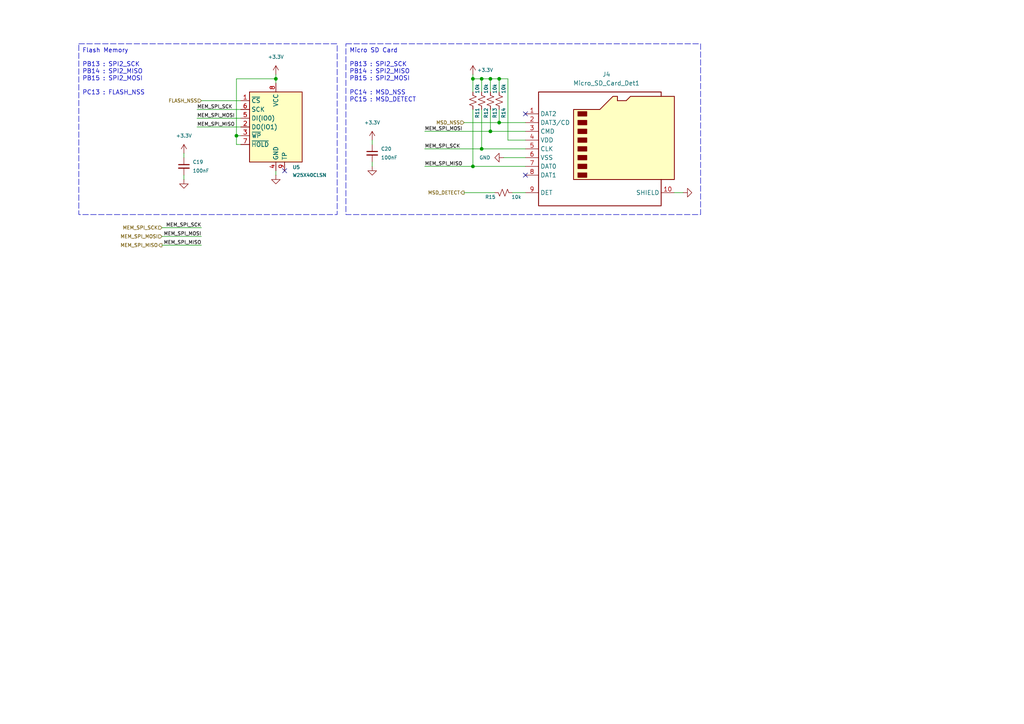
<source format=kicad_sch>
(kicad_sch (version 20231120) (generator "eeschema") (generator_version "8.0")
  (paper "A4")
  (title_block (title "Memory") (date "2025-01-03") (rev "A") (company "NARAE") (comment 1 "INHA Univ. Areo-modelling Club") (comment 2 "2024 Winter UAV Project "))
  (lib_symbols
    (symbol "+3.3V_4" (power) (pin_numbers hide) (pin_names (offset 0) hide)
      (property "Value" "+3.3V" (at 0 3.556 0))
      (symbol "+3.3V_4_0_1"
        (polyline (pts (xy -0.762 1.27) (xy 0 2.54)))
        (polyline (pts (xy 0 0) (xy 0 2.54)))
        (polyline (pts (xy 0 2.54) (xy 0.762 1.27)))
      )
      (symbol "+3.3V_4_1_1"
        (pin power_in line (at 0 0 90) (length 0) (name "~") (number "1"))
      )
    )
    (symbol "Connector:Micro_SD_Card_Det1"
      (property "Reference" "J" (at -16.51 17.78 0))
      (property "Value" "Micro_SD_Card_Det1" (at 16.51 17.78 0))
      (symbol "Micro_SD_Card_Det1_0_1"
        (rectangle (start -7.62 -6.985) (end -5.08 -8.255) (stroke (width 0.254)) (fill (type outline)))
        (rectangle (start -7.62 -4.445) (end -5.08 -5.715) (stroke (width 0.254)) (fill (type outline)))
        (rectangle (start -7.62 -1.905) (end -5.08 -3.175) (stroke (width 0.254)) (fill (type outline)))
        (rectangle (start -7.62 0.635) (end -5.08 -0.635) (stroke (width 0.254)) (fill (type outline)))
        (rectangle (start -7.62 3.175) (end -5.08 1.905) (stroke (width 0.254)) (fill (type outline)))
        (rectangle (start -7.62 5.715) (end -5.08 4.445) (stroke (width 0.254)) (fill (type outline)))
        (rectangle (start -7.62 8.255) (end -5.08 6.985) (stroke (width 0.254)) (fill (type outline)))
        (rectangle (start -7.62 10.795) (end -5.08 9.525) (stroke (width 0.254)) (fill (type outline)))
        (polyline (pts (xy 16.51 15.24) (xy 16.51 16.51) (xy -19.05 16.51) (xy -19.05 -16.51) (xy 16.51 -16.51) (xy 16.51 -8.89)) (stroke (width 0.254)))
        (polyline (pts (xy -8.89 -8.89) (xy -8.89 11.43) (xy -1.27 11.43) (xy 2.54 15.24) (xy 3.81 15.24) (xy 3.81 13.97) (xy 6.35 13.97) (xy 7.62 15.24) (xy 20.32 15.24) (xy 20.32 -8.89) (xy -8.89 -8.89)) (stroke (width 0.254)) (fill (type background)))
      )
      (symbol "Micro_SD_Card_Det1_1_1"
        (pin bidirectional line (at -22.86 10.16 0) (length 3.81) (name "DAT2") (number "1"))
        (pin passive line (at 20.32 -12.7 180) (length 3.81) (name "SHIELD") (number "10"))
        (pin bidirectional line (at -22.86 7.62 0) (length 3.81) (name "DAT3/CD") (number "2"))
        (pin input line (at -22.86 5.08 0) (length 3.81) (name "CMD") (number "3"))
        (pin power_in line (at -22.86 2.54 0) (length 3.81) (name "VDD") (number "4"))
        (pin input line (at -22.86 0 0) (length 3.81) (name "CLK") (number "5"))
        (pin power_in line (at -22.86 -2.54 0) (length 3.81) (name "VSS") (number "6"))
        (pin bidirectional line (at -22.86 -5.08 0) (length 3.81) (name "DAT0") (number "7"))
        (pin bidirectional line (at -22.86 -7.62 0) (length 3.81) (name "DAT1") (number "8"))
        (pin passive line (at -22.86 -12.7 0) (length 3.81) (name "DET") (number "9"))
      )
    )
    (symbol "Device:C_Small" (pin_numbers hide) (pin_names (offset 0.254) hide)
      (property "Reference" "C" (at 0.254 1.778 0))
      (property "Value" "C_Small" (at 0.254 -2.032 0))
      (symbol "C_Small_0_1"
        (polyline (pts (xy -1.524 -0.508) (xy 1.524 -0.508)) (stroke (width 0.3302)))
        (polyline (pts (xy -1.524 0.508) (xy 1.524 0.508)) (stroke (width 0.3048)))
      )
      (symbol "C_Small_1_1"
        (pin passive line (at 0 2.54 270) (length 2.032) (name "~") (number "1"))
        (pin passive line (at 0 -2.54 90) (length 2.032) (name "~") (number "2"))
      )
    )
    (symbol "Device:R_Small_US" (pin_numbers hide) (pin_names (offset 0.254) hide)
      (property "Reference" "R" (at 0.762 0.508 0))
      (property "Value" "R_Small_US" (at 0.762 -1.016 0))
      (symbol "R_Small_US_1_1"
        (polyline (pts (xy 0 0) (xy 1.016 -0.381) (xy 0 -0.762) (xy -1.016 -1.143) (xy 0 -1.524)))
        (polyline (pts (xy 0 1.524) (xy 1.016 1.143) (xy 0 0.762) (xy -1.016 0.381) (xy 0 0)))
        (pin passive line (at 0 2.54 270) (length 1.016) (name "~") (number "1"))
        (pin passive line (at 0 -2.54 90) (length 1.016) (name "~") (number "2"))
      )
    )
    (symbol "GND_2" (power) (pin_numbers hide) (pin_names (offset 0) hide)
      (property "Value" "GND" (at 0 -3.81 0))
      (symbol "GND_2_0_1"
        (polyline (pts (xy 0 0) (xy 0 -1.27) (xy 1.27 -1.27) (xy 0 -2.54) (xy -1.27 -1.27) (xy 0 -1.27)))
      )
      (symbol "GND_2_1_1"
        (pin power_in line (at 0 0 270) (length 0) (name "~") (number "1"))
      )
    )
    (symbol "GND_5" (power) (pin_numbers hide) (pin_names (offset 0) hide)
      (property "Value" "GND" (at 0 -3.81 0))
      (symbol "GND_5_0_1"
        (polyline (pts (xy 0 0) (xy 0 -1.27) (xy 1.27 -1.27) (xy 0 -2.54) (xy -1.27 -1.27) (xy 0 -1.27)))
      )
      (symbol "GND_5_1_1"
        (pin power_in line (at 0 0 270) (length 0) (name "~") (number "1"))
      )
    )
    (symbol "W25X40CLUX:W25X40CLUX"
      (property "Reference" "U" (at 0 0 0))
      (symbol "W25X40CLUX_0_1"
        (rectangle (start -7.62 10.16) (end 7.62 -10.16) (stroke (width 0.254)) (fill (type background)))
      )
      (symbol "W25X40CLUX_1_1"
        (pin input line (at -10.16 7.62 0) (length 2.54) (name "~{CS}") (number "1"))
        (pin bidirectional line (at -10.16 0 0) (length 2.54) (name "DO(IO1)") (number "2"))
        (pin bidirectional line (at -10.16 -2.54 0) (length 2.54) (name "~{WP}") (number "3"))
        (pin power_in line (at 0 -12.7 90) (length 2.54) (name "GND") (number "4"))
        (pin bidirectional line (at -10.16 2.54 0) (length 2.54) (name "DI(IO0)") (number "5"))
        (pin input line (at -10.16 5.08 0) (length 2.54) (name "SCK") (number "6"))
        (pin bidirectional line (at -10.16 -5.08 0) (length 2.54) (name "~{HOLD}") (number "7"))
        (pin power_in line (at 0 12.7 270) (length 2.54) (name "VCC") (number "8"))
        (pin power_in line (at 2.54 -12.7 90) (length 2.54) (name "TP") (number "9"))
      )
    )
    (symbol "power:+3.3V" (power) (pin_numbers hide) (pin_names (offset 0) hide)
      (property "Value" "+3.3V" (at 0 3.556 0))
      (symbol "+3.3V_0_1"
        (polyline (pts (xy -0.762 1.27) (xy 0 2.54)))
        (polyline (pts (xy 0 0) (xy 0 2.54)))
        (polyline (pts (xy 0 2.54) (xy 0.762 1.27)))
      )
      (symbol "+3.3V_1_1"
        (pin power_in line (at 0 0 90) (length 0) (name "~") (number "1"))
      )
    )
    (symbol "power:GND" (power) (pin_numbers hide) (pin_names (offset 0) hide)
      (property "Value" "GND" (at 0 -3.81 0))
      (symbol "GND_0_1"
        (polyline (pts (xy 0 0) (xy 0 -1.27) (xy 1.27 -1.27) (xy 0 -2.54) (xy -1.27 -1.27) (xy 0 -1.27)))
      )
      (symbol "GND_1_1"
        (pin power_in line (at 0 0 270) (length 0) (name "~") (number "1"))
      )
    )
  )
  (junction (at 80.01 22.86))
  (junction (at 139.7 43.18))
  (junction (at 142.24 38.1))
  (junction (at 137.16 22.86))
  (junction (at 144.78 35.56))
  (junction (at 142.24 22.86))
  (junction (at 139.7 22.86))
  (junction (at 137.16 48.26))
  (junction (at 144.78 22.86))
  (junction (at 68.58 39.37))
  (no_connect (at 152.4 33.02))
  (no_connect (at 82.55 49.53))
  (no_connect (at 152.4 50.8))
  (wire (pts (xy 137.16 22.86) (xy 137.16 26.67)))
  (wire (pts (xy 137.16 48.26) (xy 152.4 48.26)))
  (wire (pts (xy 142.24 22.86) (xy 144.78 22.86)))
  (wire (pts (xy 46.99 66.04) (xy 58.42 66.04)))
  (wire (pts (xy 142.24 38.1) (xy 152.4 38.1)))
  (wire (pts (xy 195.58 55.88) (xy 198.12 55.88)))
  (wire (pts (xy 68.58 22.86) (xy 80.01 22.86)))
  (wire (pts (xy 146.05 45.72) (xy 152.4 45.72)))
  (wire (pts (xy 147.32 40.64) (xy 147.32 22.86)))
  (wire (pts (xy 144.78 35.56) (xy 152.4 35.56)))
  (wire (pts (xy 123.19 38.1) (xy 142.24 38.1)))
  (wire (pts (xy 123.19 48.26) (xy 137.16 48.26)))
  (wire (pts (xy 134.62 35.56) (xy 144.78 35.56)))
  (wire (pts (xy 58.42 29.21) (xy 69.85 29.21)))
  (wire (pts (xy 68.58 22.86) (xy 68.58 39.37)))
  (wire (pts (xy 57.15 36.83) (xy 69.85 36.83)))
  (wire (pts (xy 107.95 46.99) (xy 107.95 48.26)))
  (wire (pts (xy 80.01 21.59) (xy 80.01 22.86)))
  (wire (pts (xy 139.7 43.18) (xy 152.4 43.18)))
  (wire (pts (xy 68.58 41.91) (xy 68.58 39.37)))
  (wire (pts (xy 137.16 31.75) (xy 137.16 48.26)))
  (wire (pts (xy 144.78 22.86) (xy 147.32 22.86)))
  (wire (pts (xy 142.24 22.86) (xy 142.24 26.67)))
  (wire (pts (xy 139.7 22.86) (xy 139.7 26.67)))
  (wire (pts (xy 69.85 39.37) (xy 68.58 39.37)))
  (wire (pts (xy 139.7 22.86) (xy 142.24 22.86)))
  (wire (pts (xy 142.24 31.75) (xy 142.24 38.1)))
  (wire (pts (xy 69.85 41.91) (xy 68.58 41.91)))
  (wire (pts (xy 53.34 50.8) (xy 53.34 52.07)))
  (wire (pts (xy 57.15 34.29) (xy 69.85 34.29)))
  (wire (pts (xy 80.01 49.53) (xy 80.01 50.8)))
  (wire (pts (xy 137.16 22.86) (xy 139.7 22.86)))
  (wire (pts (xy 137.16 21.59) (xy 137.16 22.86)))
  (wire (pts (xy 144.78 31.75) (xy 144.78 35.56)))
  (wire (pts (xy 148.59 55.88) (xy 152.4 55.88)))
  (wire (pts (xy 107.95 41.91) (xy 107.95 40.64)))
  (wire (pts (xy 134.62 55.88) (xy 143.51 55.88)))
  (wire (pts (xy 46.99 68.58) (xy 58.42 68.58)))
  (wire (pts (xy 123.19 43.18) (xy 139.7 43.18)))
  (wire (pts (xy 152.4 40.64) (xy 147.32 40.64)))
  (wire (pts (xy 46.99 71.12) (xy 58.42 71.12)))
  (wire (pts (xy 57.15 31.75) (xy 69.85 31.75)))
  (wire (pts (xy 53.34 45.72) (xy 53.34 44.45)))
  (wire (pts (xy 80.01 22.86) (xy 80.01 24.13)))
  (wire (pts (xy 139.7 31.75) (xy 139.7 43.18)))
  (wire (pts (xy 144.78 22.86) (xy 144.78 26.67)))
  (rectangle (start 22.86 12.7) (end 97.79 62.23) (stroke (width 0) (type dash)))
  (rectangle (start 100.33 12.7) (end 203.2 62.23) (stroke (width 0) (type dash)))
  (text "Micro SD Card" (at 101.346 15.494 0) (effects (font (size 1.27 1.27)) (justify left bottom)))
  (text "PB13 : SPI2_SCK\nPB14 : SPI2_MISO\nPB15 : SPI2_MOSI\n\nPC13 : FLASH_NSS" (at 23.876 18.034 0) (effects (font (size 1.27 1.27)) (justify left top)))
  (text "Flash Memory" (at 23.876 15.494 0) (effects (font (size 1.27 1.27)) (justify left bottom)))
  (text "PB13 : SPI2_SCK\nPB14 : SPI2_MISO\nPB15 : SPI2_MOSI\n\nPC14 : MSD_NSS\nPC15 : MSD_DETECT" (at 101.346 18.034 0) (effects (font (size 1.27 1.27)) (justify left top)))
  (label "MEM_SPI_MISO" (at 57.15 36.83 0) (effects (font (size 1 1))))
  (label "MEM_SPI_SCK" (at 123.19 43.18 0) (effects (font (size 1 1))))
  (label "MEM_SPI_MOSI" (at 123.19 38.1 0) (effects (font (size 1 1))))
  (label "MEM_SPI_SCK" (at 57.15 31.75 0) (effects (font (size 1 1))))
  (label "MEM_SPI_SCK" (at 58.42 66.04 180) (effects (font (size 1 1))))
  (label "MEM_SPI_MOSI" (at 57.15 34.29 0) (effects (font (size 1 1))))
  (label "MEM_SPI_MISO" (at 58.42 71.12 180) (effects (font (size 1 1))))
  (label "MEM_SPI_MOSI" (at 58.42 68.58 180) (effects (font (size 1 1))))
  (label "MEM_SPI_MISO" (at 123.19 48.26 0) (effects (font (size 1 1))))
  (hierarchical_label "MEM_SPI_MOSI" (shape input) (at 46.99 68.58 180) (effects (font (size 1 1))))
  (hierarchical_label "MEM_SPI_MISO" (shape output) (at 46.99 71.12 180) (effects (font (size 1 1))))
  (hierarchical_label "MSD_DETECT" (shape output) (at 134.62 55.88 180) (effects (font (size 1 1))))
  (hierarchical_label "MEM_SPI_SCK" (shape input) (at 46.99 66.04 180) (effects (font (size 1 1))))
  (hierarchical_label "MSD_NSS" (shape input) (at 134.62 35.56 180) (effects (font (size 1 1))))
  (hierarchical_label "FLASH_NSS" (shape input) (at 58.42 29.21 180) (effects (font (size 1 1))))
  (symbol (lib_id "Device:R_Small_US") (at 142.24 29.21 0) (unit 1)
    (property "Reference" "R13" (at 143.51 31.242 90) (effects (font (size 1 1)) (justify right)))
    (property "Value" "10k" (at 143.51 27.178 90) (effects (font (size 1 1)) (justify left)))
    (property "Footprint" "Resistor_SMD:R_0402_1005Metric" (effects (hide yes)))
    (property "Description" "Resistor, small US symbol" (effects (hide yes)))
  )
  (symbol (lib_id "power:+3.3V") (at 53.34 44.45 0) (unit 1)
    (property "Reference" "#PWR042" (effects (hide yes)))
    (property "Value" "+3.3V" (at 53.34 39.37 0) (effects (font (size 1 1))))
    (property "Description" "Power symbol creates a global label with name \"+3.3V\"" (effects (hide yes)))
  )
  (symbol (lib_id "Device:R_Small_US") (at 146.05 55.88 90) (mirror x) (unit 1)
    (property "Reference" "R15" (at 143.764 57.15 90) (effects (font (size 1 1)) (justify left)))
    (property "Value" "10k" (at 148.336 57.15 90) (effects (font (size 1 1)) (justify right)))
    (property "Footprint" "Resistor_SMD:R_0402_1005Metric" (effects (hide yes)))
    (property "Description" "Resistor, small US symbol" (effects (hide yes)))
  )
  (symbol (lib_id "power:GND") (at 107.95 48.26 0) (unit 1)
    (property "Reference" "#PWR047" (effects (hide yes)))
    (property "Value" "GND" (effects (hide yes)))
    (property "Description" "Power symbol creates a global label with name \"GND\" , ground" (effects (hide yes)))
  )
  (symbol (lib_id "power:GND") (at 53.34 52.07 0) (unit 1)
    (property "Reference" "#PWR043" (effects (hide yes)))
    (property "Value" "GND" (effects (hide yes)))
    (property "Description" "Power symbol creates a global label with name \"GND\" , ground" (effects (hide yes)))
  )
  (symbol (lib_name "GND_2") (lib_id "power:GND") (at 198.12 55.88 90) (unit 1)
    (property "Reference" "#PWR050" (effects (hide yes)))
    (property "Value" "GND" (effects (hide yes)))
    (property "Description" "Power symbol creates a global label with name \"GND\" , ground" (effects (hide yes)))
  )
  (symbol (lib_id "Device:R_Small_US") (at 139.7 29.21 0) (unit 1)
    (property "Reference" "R12" (at 140.97 31.242 90) (effects (font (size 1 1)) (justify right)))
    (property "Value" "10k" (at 140.97 27.178 90) (effects (font (size 1 1)) (justify left)))
    (property "Footprint" "Resistor_SMD:R_0402_1005Metric" (effects (hide yes)))
    (property "Description" "Resistor, small US symbol" (effects (hide yes)))
  )
  (symbol (lib_id "Device:R_Small_US") (at 137.16 29.21 0) (unit 1)
    (property "Reference" "R11" (at 138.43 31.242 90) (effects (font (size 1 1)) (justify right)))
    (property "Value" "10k" (at 138.43 27.178 90) (effects (font (size 1 1)) (justify left)))
    (property "Footprint" "Resistor_SMD:R_0402_1005Metric" (effects (hide yes)))
    (property "Description" "Resistor, small US symbol" (effects (hide yes)))
  )
  (symbol (lib_id "power:+3.3V") (at 80.01 21.59 0) (unit 1)
    (property "Reference" "#PWR044" (effects (hide yes)))
    (property "Value" "+3.3V" (at 80.01 16.51 0) (effects (font (size 1 1))))
    (property "Description" "Power symbol creates a global label with name \"+3.3V\"" (effects (hide yes)))
  )
  (symbol (lib_id "Connector:Micro_SD_Card_Det1") (at 175.26 43.18 0) (unit 1)
    (property "Reference" "J4" (at 175.895 21.59 0))
    (property "Value" "Micro_SD_Card_Det1" (at 175.895 24.13 0))
    (property "Footprint" "Connector_Card:microSD_HC_Molex_104031-0811" (effects (hide yes)))
    (property "Datasheet" "https://datasheet.lcsc.com/lcsc/2110151630_XKB-Connectivity-XKTF-015-N_C381082.pdf" (effects (hide yes)))
    (property "Description" "Micro SD Card Socket with one card detection pin" (effects (hide yes)))
  )
  (symbol (lib_name "GND_5") (lib_id "power:GND") (at 146.05 45.72 270) (unit 1)
    (property "Reference" "#PWR049" (effects (hide yes)))
    (property "Value" "GND" (at 142.24 45.72 90) (effects (font (size 1 1)) (justify right)))
    (property "Description" "Power symbol creates a global label with name \"GND\" , ground" (effects (hide yes)))
  )
  (symbol (lib_id "Device:C_Small") (at 53.34 48.26 0) (unit 1)
    (property "Reference" "C19" (at 55.88 46.99 0) (effects (font (size 1 1)) (justify left)))
    (property "Value" "100nF" (at 55.88 49.53 0) (effects (font (size 1 1)) (justify left)))
    (property "Footprint" "Capacitor_SMD:C_0402_1005Metric" (effects (hide yes)))
  )
  (symbol (lib_id "Device:C_Small") (at 107.95 44.45 0) (unit 1)
    (property "Reference" "C20" (at 110.49 43.18 0) (effects (font (size 1 1)) (justify left)))
    (property "Value" "100nF" (at 110.49 45.72 0) (effects (font (size 1 1)) (justify left)))
    (property "Footprint" "Capacitor_SMD:C_0402_1005Metric" (effects (hide yes)))
  )
  (symbol (lib_id "Device:R_Small_US") (at 144.78 29.21 0) (unit 1)
    (property "Reference" "R14" (at 146.05 31.242 90) (effects (font (size 1 1)) (justify right)))
    (property "Value" "10k" (at 146.05 27.178 90) (effects (font (size 1 1)) (justify left)))
    (property "Footprint" "Resistor_SMD:R_0402_1005Metric" (effects (hide yes)))
    (property "Description" "Resistor, small US symbol" (effects (hide yes)))
  )
  (symbol (lib_id "power:+3.3V") (at 107.95 40.64 0) (unit 1)
    (property "Reference" "#PWR046" (effects (hide yes)))
    (property "Value" "+3.3V" (at 107.95 35.56 0) (effects (font (size 1 1))))
    (property "Description" "Power symbol creates a global label with name \"+3.3V\"" (effects (hide yes)))
  )
  (symbol (lib_id "power:GND") (at 80.01 50.8 0) (unit 1)
    (property "Reference" "#PWR045" (effects (hide yes)))
    (property "Value" "GND" (effects (hide yes)))
    (property "Description" "Power symbol creates a global label with name \"GND\" , ground" (effects (hide yes)))
  )
  (symbol (lib_id "W25X40CLUX:W25X40CLUX") (at 80.01 36.83 0) (unit 1)
    (property "Reference" "U5" (at 84.836 48.514 0) (effects (font (size 1 1)) (justify left)))
    (property "Value" "W25X40CLSN" (at 84.836 50.8 0) (effects (font (size 1 1)) (justify left)))
    (property "Footprint" "W25X40CLUX:USON_LUXIG TR_WIN-L" (effects (hide yes)))
    (property "Datasheet" "https://www.winbond.com/resource-files/W25X40CL_G%2020210505.pdf" (effects (hide yes)))
  )
  (symbol (lib_name "+3.3V_4") (lib_id "power:+3.3V") (at 137.16 21.59 0) (unit 1)
    (property "Reference" "#PWR048" (effects (hide yes)))
    (property "Value" "+3.3V" (at 140.716 20.32 0) (effects (font (size 1 1))))
    (property "Description" "Power symbol creates a global label with name \"+3.3V\"" (effects (hide yes)))
  )
)
</source>
